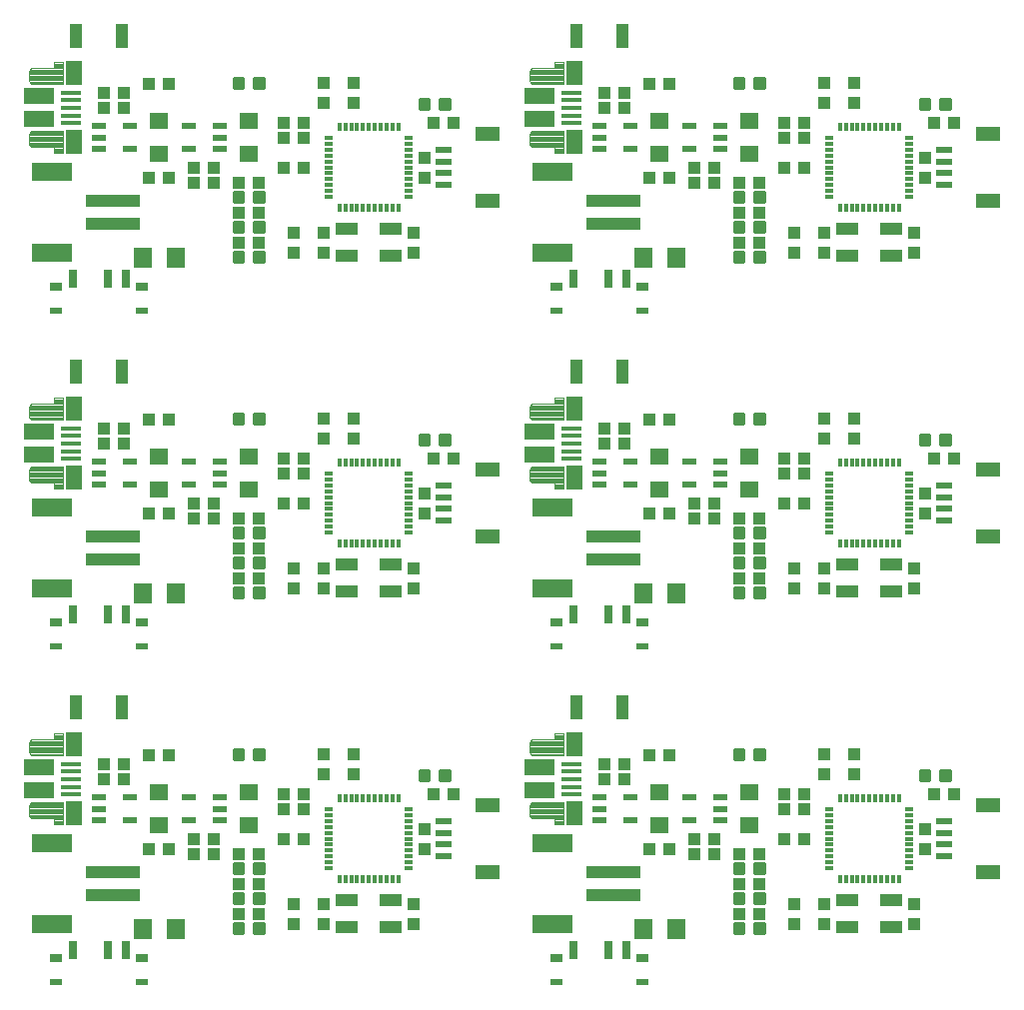
<source format=gtp>
G75*
%MOIN*%
%OFA0B0*%
%FSLAX25Y25*%
%IPPOS*%
%LPD*%
%AMOC8*
5,1,8,0,0,1.08239X$1,22.5*
%
%ADD10R,0.06299X0.05512*%
%ADD11R,0.04331X0.03937*%
%ADD12R,0.03937X0.04331*%
%ADD13C,0.01181*%
%ADD14R,0.06299X0.07087*%
%ADD15R,0.05748X0.07874*%
%ADD16R,0.09843X0.05610*%
%ADD17C,0.00400*%
%ADD18C,0.00197*%
%ADD19R,0.02756X0.05906*%
%ADD20R,0.03937X0.02362*%
%ADD21R,0.03937X0.03150*%
%ADD22R,0.04724X0.02165*%
%ADD23R,0.07480X0.04331*%
%ADD24R,0.04331X0.07874*%
%ADD25R,0.18110X0.03937*%
%ADD26R,0.13386X0.06299*%
%ADD27R,0.07874X0.04724*%
%ADD28R,0.05315X0.02362*%
%ADD29R,0.03150X0.01181*%
%ADD30R,0.01181X0.03150*%
D10*
X0078750Y0087988D03*
X0078750Y0099012D03*
X0108750Y0099012D03*
X0108750Y0087988D03*
X0108750Y0199988D03*
X0108750Y0211012D03*
X0078750Y0211012D03*
X0078750Y0199988D03*
X0078750Y0311988D03*
X0078750Y0323012D03*
X0108750Y0323012D03*
X0108750Y0311988D03*
X0245750Y0311988D03*
X0245750Y0323012D03*
X0275750Y0323012D03*
X0275750Y0311988D03*
X0275750Y0211012D03*
X0275750Y0199988D03*
X0245750Y0199988D03*
X0245750Y0211012D03*
X0245750Y0099012D03*
X0245750Y0087988D03*
X0275750Y0087988D03*
X0275750Y0099012D03*
D11*
X0287404Y0098500D03*
X0294096Y0098500D03*
X0294096Y0093500D03*
X0287404Y0093500D03*
X0287404Y0083500D03*
X0294096Y0083500D03*
X0279096Y0078500D03*
X0272404Y0078500D03*
X0264096Y0078500D03*
X0264096Y0083500D03*
X0257404Y0083500D03*
X0257404Y0078500D03*
X0249096Y0080000D03*
X0242404Y0080000D03*
X0234096Y0103500D03*
X0234096Y0108500D03*
X0227404Y0108500D03*
X0227404Y0103500D03*
X0242404Y0111500D03*
X0249096Y0111500D03*
X0272404Y0068500D03*
X0279096Y0068500D03*
X0279096Y0058500D03*
X0272404Y0058500D03*
X0337404Y0098500D03*
X0344096Y0098500D03*
X0279096Y0170500D03*
X0272404Y0170500D03*
X0272404Y0180500D03*
X0279096Y0180500D03*
X0279096Y0190500D03*
X0272404Y0190500D03*
X0264096Y0190500D03*
X0264096Y0195500D03*
X0257404Y0195500D03*
X0249096Y0192000D03*
X0257404Y0190500D03*
X0242404Y0192000D03*
X0234096Y0215500D03*
X0234096Y0220500D03*
X0227404Y0220500D03*
X0227404Y0215500D03*
X0242404Y0223500D03*
X0249096Y0223500D03*
X0287404Y0210500D03*
X0287404Y0205500D03*
X0294096Y0205500D03*
X0294096Y0210500D03*
X0294096Y0195500D03*
X0287404Y0195500D03*
X0337404Y0210500D03*
X0344096Y0210500D03*
X0279096Y0282500D03*
X0272404Y0282500D03*
X0272404Y0292500D03*
X0279096Y0292500D03*
X0279096Y0302500D03*
X0272404Y0302500D03*
X0264096Y0302500D03*
X0264096Y0307500D03*
X0257404Y0307500D03*
X0257404Y0302500D03*
X0249096Y0304000D03*
X0242404Y0304000D03*
X0234096Y0327500D03*
X0227404Y0327500D03*
X0227404Y0332500D03*
X0234096Y0332500D03*
X0242404Y0335500D03*
X0249096Y0335500D03*
X0287404Y0322500D03*
X0287404Y0317500D03*
X0294096Y0317500D03*
X0294096Y0322500D03*
X0294096Y0307500D03*
X0287404Y0307500D03*
X0337404Y0322500D03*
X0344096Y0322500D03*
X0177096Y0322500D03*
X0170404Y0322500D03*
X0127096Y0322500D03*
X0127096Y0317500D03*
X0120404Y0317500D03*
X0120404Y0322500D03*
X0120404Y0307500D03*
X0127096Y0307500D03*
X0112096Y0302500D03*
X0105404Y0302500D03*
X0097096Y0302500D03*
X0097096Y0307500D03*
X0090404Y0307500D03*
X0090404Y0302500D03*
X0082096Y0304000D03*
X0075404Y0304000D03*
X0067096Y0327500D03*
X0067096Y0332500D03*
X0060404Y0332500D03*
X0060404Y0327500D03*
X0075404Y0335500D03*
X0082096Y0335500D03*
X0105404Y0292500D03*
X0112096Y0292500D03*
X0112096Y0282500D03*
X0105404Y0282500D03*
X0082096Y0223500D03*
X0075404Y0223500D03*
X0067096Y0220500D03*
X0067096Y0215500D03*
X0060404Y0215500D03*
X0060404Y0220500D03*
X0075404Y0192000D03*
X0082096Y0192000D03*
X0090404Y0190500D03*
X0097096Y0190500D03*
X0097096Y0195500D03*
X0090404Y0195500D03*
X0105404Y0190500D03*
X0112096Y0190500D03*
X0120404Y0195500D03*
X0127096Y0195500D03*
X0127096Y0205500D03*
X0127096Y0210500D03*
X0120404Y0210500D03*
X0120404Y0205500D03*
X0112096Y0180500D03*
X0105404Y0180500D03*
X0105404Y0170500D03*
X0112096Y0170500D03*
X0170404Y0210500D03*
X0177096Y0210500D03*
X0082096Y0111500D03*
X0075404Y0111500D03*
X0067096Y0108500D03*
X0067096Y0103500D03*
X0060404Y0103500D03*
X0060404Y0108500D03*
X0075404Y0080000D03*
X0082096Y0080000D03*
X0090404Y0078500D03*
X0090404Y0083500D03*
X0097096Y0083500D03*
X0097096Y0078500D03*
X0105404Y0078500D03*
X0112096Y0078500D03*
X0120404Y0083500D03*
X0127096Y0083500D03*
X0127096Y0093500D03*
X0127096Y0098500D03*
X0120404Y0098500D03*
X0120404Y0093500D03*
X0112096Y0068500D03*
X0105404Y0068500D03*
X0105404Y0058500D03*
X0112096Y0058500D03*
X0170404Y0098500D03*
X0177096Y0098500D03*
D12*
X0167250Y0086846D03*
X0167250Y0080154D03*
X0163750Y0061846D03*
X0163750Y0055154D03*
X0133750Y0055154D03*
X0133750Y0061846D03*
X0123750Y0061846D03*
X0123750Y0055154D03*
X0133750Y0105154D03*
X0133750Y0111846D03*
X0143750Y0111846D03*
X0143750Y0105154D03*
X0133750Y0167154D03*
X0133750Y0173846D03*
X0123750Y0173846D03*
X0123750Y0167154D03*
X0163750Y0167154D03*
X0163750Y0173846D03*
X0167250Y0192154D03*
X0167250Y0198846D03*
X0143750Y0217154D03*
X0143750Y0223846D03*
X0133750Y0223846D03*
X0133750Y0217154D03*
X0133750Y0279154D03*
X0133750Y0285846D03*
X0123750Y0285846D03*
X0123750Y0279154D03*
X0163750Y0279154D03*
X0163750Y0285846D03*
X0167250Y0304154D03*
X0167250Y0310846D03*
X0143750Y0329154D03*
X0143750Y0335846D03*
X0133750Y0335846D03*
X0133750Y0329154D03*
X0290750Y0285846D03*
X0290750Y0279154D03*
X0300750Y0279154D03*
X0300750Y0285846D03*
X0330750Y0285846D03*
X0330750Y0279154D03*
X0334250Y0304154D03*
X0334250Y0310846D03*
X0310750Y0329154D03*
X0310750Y0335846D03*
X0300750Y0335846D03*
X0300750Y0329154D03*
X0300750Y0223846D03*
X0300750Y0217154D03*
X0310750Y0217154D03*
X0310750Y0223846D03*
X0334250Y0198846D03*
X0334250Y0192154D03*
X0330750Y0173846D03*
X0330750Y0167154D03*
X0300750Y0167154D03*
X0300750Y0173846D03*
X0290750Y0173846D03*
X0290750Y0167154D03*
X0300750Y0111846D03*
X0300750Y0105154D03*
X0310750Y0105154D03*
X0310750Y0111846D03*
X0334250Y0086846D03*
X0334250Y0080154D03*
X0330750Y0061846D03*
X0330750Y0055154D03*
X0300750Y0055154D03*
X0300750Y0061846D03*
X0290750Y0061846D03*
X0290750Y0055154D03*
D13*
X0277825Y0054878D02*
X0277825Y0052122D01*
X0277825Y0054878D02*
X0280581Y0054878D01*
X0280581Y0052122D01*
X0277825Y0052122D01*
X0277825Y0053302D02*
X0280581Y0053302D01*
X0280581Y0054482D02*
X0277825Y0054482D01*
X0270919Y0054878D02*
X0270919Y0052122D01*
X0270919Y0054878D02*
X0273675Y0054878D01*
X0273675Y0052122D01*
X0270919Y0052122D01*
X0270919Y0053302D02*
X0273675Y0053302D01*
X0273675Y0054482D02*
X0270919Y0054482D01*
X0270919Y0062122D02*
X0270919Y0064878D01*
X0273675Y0064878D01*
X0273675Y0062122D01*
X0270919Y0062122D01*
X0270919Y0063302D02*
X0273675Y0063302D01*
X0273675Y0064482D02*
X0270919Y0064482D01*
X0277825Y0064878D02*
X0277825Y0062122D01*
X0277825Y0064878D02*
X0280581Y0064878D01*
X0280581Y0062122D01*
X0277825Y0062122D01*
X0277825Y0063302D02*
X0280581Y0063302D01*
X0280581Y0064482D02*
X0277825Y0064482D01*
X0277825Y0072122D02*
X0277825Y0074878D01*
X0280581Y0074878D01*
X0280581Y0072122D01*
X0277825Y0072122D01*
X0277825Y0073302D02*
X0280581Y0073302D01*
X0280581Y0074482D02*
X0277825Y0074482D01*
X0270919Y0074878D02*
X0270919Y0072122D01*
X0270919Y0074878D02*
X0273675Y0074878D01*
X0273675Y0072122D01*
X0270919Y0072122D01*
X0270919Y0073302D02*
X0273675Y0073302D01*
X0273675Y0074482D02*
X0270919Y0074482D01*
X0270919Y0110122D02*
X0270919Y0112878D01*
X0273675Y0112878D01*
X0273675Y0110122D01*
X0270919Y0110122D01*
X0270919Y0111302D02*
X0273675Y0111302D01*
X0273675Y0112482D02*
X0270919Y0112482D01*
X0277825Y0112878D02*
X0277825Y0110122D01*
X0277825Y0112878D02*
X0280581Y0112878D01*
X0280581Y0110122D01*
X0277825Y0110122D01*
X0277825Y0111302D02*
X0280581Y0111302D01*
X0280581Y0112482D02*
X0277825Y0112482D01*
X0335675Y0105878D02*
X0335675Y0103122D01*
X0332919Y0103122D01*
X0332919Y0105878D01*
X0335675Y0105878D01*
X0335675Y0104302D02*
X0332919Y0104302D01*
X0332919Y0105482D02*
X0335675Y0105482D01*
X0342581Y0105878D02*
X0342581Y0103122D01*
X0339825Y0103122D01*
X0339825Y0105878D01*
X0342581Y0105878D01*
X0342581Y0104302D02*
X0339825Y0104302D01*
X0339825Y0105482D02*
X0342581Y0105482D01*
X0277825Y0164122D02*
X0277825Y0166878D01*
X0280581Y0166878D01*
X0280581Y0164122D01*
X0277825Y0164122D01*
X0277825Y0165302D02*
X0280581Y0165302D01*
X0280581Y0166482D02*
X0277825Y0166482D01*
X0270919Y0166878D02*
X0270919Y0164122D01*
X0270919Y0166878D02*
X0273675Y0166878D01*
X0273675Y0164122D01*
X0270919Y0164122D01*
X0270919Y0165302D02*
X0273675Y0165302D01*
X0273675Y0166482D02*
X0270919Y0166482D01*
X0270919Y0174122D02*
X0270919Y0176878D01*
X0273675Y0176878D01*
X0273675Y0174122D01*
X0270919Y0174122D01*
X0270919Y0175302D02*
X0273675Y0175302D01*
X0273675Y0176482D02*
X0270919Y0176482D01*
X0277825Y0176878D02*
X0277825Y0174122D01*
X0277825Y0176878D02*
X0280581Y0176878D01*
X0280581Y0174122D01*
X0277825Y0174122D01*
X0277825Y0175302D02*
X0280581Y0175302D01*
X0280581Y0176482D02*
X0277825Y0176482D01*
X0277825Y0184122D02*
X0277825Y0186878D01*
X0280581Y0186878D01*
X0280581Y0184122D01*
X0277825Y0184122D01*
X0277825Y0185302D02*
X0280581Y0185302D01*
X0280581Y0186482D02*
X0277825Y0186482D01*
X0270919Y0186878D02*
X0270919Y0184122D01*
X0270919Y0186878D02*
X0273675Y0186878D01*
X0273675Y0184122D01*
X0270919Y0184122D01*
X0270919Y0185302D02*
X0273675Y0185302D01*
X0273675Y0186482D02*
X0270919Y0186482D01*
X0270919Y0222122D02*
X0270919Y0224878D01*
X0273675Y0224878D01*
X0273675Y0222122D01*
X0270919Y0222122D01*
X0270919Y0223302D02*
X0273675Y0223302D01*
X0273675Y0224482D02*
X0270919Y0224482D01*
X0277825Y0224878D02*
X0277825Y0222122D01*
X0277825Y0224878D02*
X0280581Y0224878D01*
X0280581Y0222122D01*
X0277825Y0222122D01*
X0277825Y0223302D02*
X0280581Y0223302D01*
X0280581Y0224482D02*
X0277825Y0224482D01*
X0335675Y0217878D02*
X0335675Y0215122D01*
X0332919Y0215122D01*
X0332919Y0217878D01*
X0335675Y0217878D01*
X0335675Y0216302D02*
X0332919Y0216302D01*
X0332919Y0217482D02*
X0335675Y0217482D01*
X0342581Y0217878D02*
X0342581Y0215122D01*
X0339825Y0215122D01*
X0339825Y0217878D01*
X0342581Y0217878D01*
X0342581Y0216302D02*
X0339825Y0216302D01*
X0339825Y0217482D02*
X0342581Y0217482D01*
X0277825Y0276122D02*
X0277825Y0278878D01*
X0280581Y0278878D01*
X0280581Y0276122D01*
X0277825Y0276122D01*
X0277825Y0277302D02*
X0280581Y0277302D01*
X0280581Y0278482D02*
X0277825Y0278482D01*
X0270919Y0278878D02*
X0270919Y0276122D01*
X0270919Y0278878D02*
X0273675Y0278878D01*
X0273675Y0276122D01*
X0270919Y0276122D01*
X0270919Y0277302D02*
X0273675Y0277302D01*
X0273675Y0278482D02*
X0270919Y0278482D01*
X0270919Y0286122D02*
X0270919Y0288878D01*
X0273675Y0288878D01*
X0273675Y0286122D01*
X0270919Y0286122D01*
X0270919Y0287302D02*
X0273675Y0287302D01*
X0273675Y0288482D02*
X0270919Y0288482D01*
X0277825Y0288878D02*
X0277825Y0286122D01*
X0277825Y0288878D02*
X0280581Y0288878D01*
X0280581Y0286122D01*
X0277825Y0286122D01*
X0277825Y0287302D02*
X0280581Y0287302D01*
X0280581Y0288482D02*
X0277825Y0288482D01*
X0277825Y0296122D02*
X0277825Y0298878D01*
X0280581Y0298878D01*
X0280581Y0296122D01*
X0277825Y0296122D01*
X0277825Y0297302D02*
X0280581Y0297302D01*
X0280581Y0298482D02*
X0277825Y0298482D01*
X0270919Y0298878D02*
X0270919Y0296122D01*
X0270919Y0298878D02*
X0273675Y0298878D01*
X0273675Y0296122D01*
X0270919Y0296122D01*
X0270919Y0297302D02*
X0273675Y0297302D01*
X0273675Y0298482D02*
X0270919Y0298482D01*
X0270919Y0334122D02*
X0270919Y0336878D01*
X0273675Y0336878D01*
X0273675Y0334122D01*
X0270919Y0334122D01*
X0270919Y0335302D02*
X0273675Y0335302D01*
X0273675Y0336482D02*
X0270919Y0336482D01*
X0277825Y0336878D02*
X0277825Y0334122D01*
X0277825Y0336878D02*
X0280581Y0336878D01*
X0280581Y0334122D01*
X0277825Y0334122D01*
X0277825Y0335302D02*
X0280581Y0335302D01*
X0280581Y0336482D02*
X0277825Y0336482D01*
X0335675Y0329878D02*
X0335675Y0327122D01*
X0332919Y0327122D01*
X0332919Y0329878D01*
X0335675Y0329878D01*
X0335675Y0328302D02*
X0332919Y0328302D01*
X0332919Y0329482D02*
X0335675Y0329482D01*
X0342581Y0329878D02*
X0342581Y0327122D01*
X0339825Y0327122D01*
X0339825Y0329878D01*
X0342581Y0329878D01*
X0342581Y0328302D02*
X0339825Y0328302D01*
X0339825Y0329482D02*
X0342581Y0329482D01*
X0175581Y0329878D02*
X0175581Y0327122D01*
X0172825Y0327122D01*
X0172825Y0329878D01*
X0175581Y0329878D01*
X0175581Y0328302D02*
X0172825Y0328302D01*
X0172825Y0329482D02*
X0175581Y0329482D01*
X0168675Y0329878D02*
X0168675Y0327122D01*
X0165919Y0327122D01*
X0165919Y0329878D01*
X0168675Y0329878D01*
X0168675Y0328302D02*
X0165919Y0328302D01*
X0165919Y0329482D02*
X0168675Y0329482D01*
X0110825Y0334122D02*
X0110825Y0336878D01*
X0113581Y0336878D01*
X0113581Y0334122D01*
X0110825Y0334122D01*
X0110825Y0335302D02*
X0113581Y0335302D01*
X0113581Y0336482D02*
X0110825Y0336482D01*
X0103919Y0336878D02*
X0103919Y0334122D01*
X0103919Y0336878D02*
X0106675Y0336878D01*
X0106675Y0334122D01*
X0103919Y0334122D01*
X0103919Y0335302D02*
X0106675Y0335302D01*
X0106675Y0336482D02*
X0103919Y0336482D01*
X0103919Y0298878D02*
X0103919Y0296122D01*
X0103919Y0298878D02*
X0106675Y0298878D01*
X0106675Y0296122D01*
X0103919Y0296122D01*
X0103919Y0297302D02*
X0106675Y0297302D01*
X0106675Y0298482D02*
X0103919Y0298482D01*
X0110825Y0298878D02*
X0110825Y0296122D01*
X0110825Y0298878D02*
X0113581Y0298878D01*
X0113581Y0296122D01*
X0110825Y0296122D01*
X0110825Y0297302D02*
X0113581Y0297302D01*
X0113581Y0298482D02*
X0110825Y0298482D01*
X0110825Y0288878D02*
X0110825Y0286122D01*
X0110825Y0288878D02*
X0113581Y0288878D01*
X0113581Y0286122D01*
X0110825Y0286122D01*
X0110825Y0287302D02*
X0113581Y0287302D01*
X0113581Y0288482D02*
X0110825Y0288482D01*
X0103919Y0288878D02*
X0103919Y0286122D01*
X0103919Y0288878D02*
X0106675Y0288878D01*
X0106675Y0286122D01*
X0103919Y0286122D01*
X0103919Y0287302D02*
X0106675Y0287302D01*
X0106675Y0288482D02*
X0103919Y0288482D01*
X0103919Y0278878D02*
X0103919Y0276122D01*
X0103919Y0278878D02*
X0106675Y0278878D01*
X0106675Y0276122D01*
X0103919Y0276122D01*
X0103919Y0277302D02*
X0106675Y0277302D01*
X0106675Y0278482D02*
X0103919Y0278482D01*
X0110825Y0278878D02*
X0110825Y0276122D01*
X0110825Y0278878D02*
X0113581Y0278878D01*
X0113581Y0276122D01*
X0110825Y0276122D01*
X0110825Y0277302D02*
X0113581Y0277302D01*
X0113581Y0278482D02*
X0110825Y0278482D01*
X0110825Y0224878D02*
X0110825Y0222122D01*
X0110825Y0224878D02*
X0113581Y0224878D01*
X0113581Y0222122D01*
X0110825Y0222122D01*
X0110825Y0223302D02*
X0113581Y0223302D01*
X0113581Y0224482D02*
X0110825Y0224482D01*
X0103919Y0224878D02*
X0103919Y0222122D01*
X0103919Y0224878D02*
X0106675Y0224878D01*
X0106675Y0222122D01*
X0103919Y0222122D01*
X0103919Y0223302D02*
X0106675Y0223302D01*
X0106675Y0224482D02*
X0103919Y0224482D01*
X0103919Y0186878D02*
X0103919Y0184122D01*
X0103919Y0186878D02*
X0106675Y0186878D01*
X0106675Y0184122D01*
X0103919Y0184122D01*
X0103919Y0185302D02*
X0106675Y0185302D01*
X0106675Y0186482D02*
X0103919Y0186482D01*
X0110825Y0186878D02*
X0110825Y0184122D01*
X0110825Y0186878D02*
X0113581Y0186878D01*
X0113581Y0184122D01*
X0110825Y0184122D01*
X0110825Y0185302D02*
X0113581Y0185302D01*
X0113581Y0186482D02*
X0110825Y0186482D01*
X0110825Y0176878D02*
X0110825Y0174122D01*
X0110825Y0176878D02*
X0113581Y0176878D01*
X0113581Y0174122D01*
X0110825Y0174122D01*
X0110825Y0175302D02*
X0113581Y0175302D01*
X0113581Y0176482D02*
X0110825Y0176482D01*
X0103919Y0176878D02*
X0103919Y0174122D01*
X0103919Y0176878D02*
X0106675Y0176878D01*
X0106675Y0174122D01*
X0103919Y0174122D01*
X0103919Y0175302D02*
X0106675Y0175302D01*
X0106675Y0176482D02*
X0103919Y0176482D01*
X0103919Y0166878D02*
X0103919Y0164122D01*
X0103919Y0166878D02*
X0106675Y0166878D01*
X0106675Y0164122D01*
X0103919Y0164122D01*
X0103919Y0165302D02*
X0106675Y0165302D01*
X0106675Y0166482D02*
X0103919Y0166482D01*
X0110825Y0166878D02*
X0110825Y0164122D01*
X0110825Y0166878D02*
X0113581Y0166878D01*
X0113581Y0164122D01*
X0110825Y0164122D01*
X0110825Y0165302D02*
X0113581Y0165302D01*
X0113581Y0166482D02*
X0110825Y0166482D01*
X0168675Y0215122D02*
X0168675Y0217878D01*
X0168675Y0215122D02*
X0165919Y0215122D01*
X0165919Y0217878D01*
X0168675Y0217878D01*
X0168675Y0216302D02*
X0165919Y0216302D01*
X0165919Y0217482D02*
X0168675Y0217482D01*
X0175581Y0217878D02*
X0175581Y0215122D01*
X0172825Y0215122D01*
X0172825Y0217878D01*
X0175581Y0217878D01*
X0175581Y0216302D02*
X0172825Y0216302D01*
X0172825Y0217482D02*
X0175581Y0217482D01*
X0110825Y0112878D02*
X0110825Y0110122D01*
X0110825Y0112878D02*
X0113581Y0112878D01*
X0113581Y0110122D01*
X0110825Y0110122D01*
X0110825Y0111302D02*
X0113581Y0111302D01*
X0113581Y0112482D02*
X0110825Y0112482D01*
X0103919Y0112878D02*
X0103919Y0110122D01*
X0103919Y0112878D02*
X0106675Y0112878D01*
X0106675Y0110122D01*
X0103919Y0110122D01*
X0103919Y0111302D02*
X0106675Y0111302D01*
X0106675Y0112482D02*
X0103919Y0112482D01*
X0103919Y0074878D02*
X0103919Y0072122D01*
X0103919Y0074878D02*
X0106675Y0074878D01*
X0106675Y0072122D01*
X0103919Y0072122D01*
X0103919Y0073302D02*
X0106675Y0073302D01*
X0106675Y0074482D02*
X0103919Y0074482D01*
X0110825Y0074878D02*
X0110825Y0072122D01*
X0110825Y0074878D02*
X0113581Y0074878D01*
X0113581Y0072122D01*
X0110825Y0072122D01*
X0110825Y0073302D02*
X0113581Y0073302D01*
X0113581Y0074482D02*
X0110825Y0074482D01*
X0110825Y0064878D02*
X0110825Y0062122D01*
X0110825Y0064878D02*
X0113581Y0064878D01*
X0113581Y0062122D01*
X0110825Y0062122D01*
X0110825Y0063302D02*
X0113581Y0063302D01*
X0113581Y0064482D02*
X0110825Y0064482D01*
X0103919Y0064878D02*
X0103919Y0062122D01*
X0103919Y0064878D02*
X0106675Y0064878D01*
X0106675Y0062122D01*
X0103919Y0062122D01*
X0103919Y0063302D02*
X0106675Y0063302D01*
X0106675Y0064482D02*
X0103919Y0064482D01*
X0103919Y0054878D02*
X0103919Y0052122D01*
X0103919Y0054878D02*
X0106675Y0054878D01*
X0106675Y0052122D01*
X0103919Y0052122D01*
X0103919Y0053302D02*
X0106675Y0053302D01*
X0106675Y0054482D02*
X0103919Y0054482D01*
X0110825Y0054878D02*
X0110825Y0052122D01*
X0110825Y0054878D02*
X0113581Y0054878D01*
X0113581Y0052122D01*
X0110825Y0052122D01*
X0110825Y0053302D02*
X0113581Y0053302D01*
X0113581Y0054482D02*
X0110825Y0054482D01*
X0168675Y0103122D02*
X0168675Y0105878D01*
X0168675Y0103122D02*
X0165919Y0103122D01*
X0165919Y0105878D01*
X0168675Y0105878D01*
X0168675Y0104302D02*
X0165919Y0104302D01*
X0165919Y0105482D02*
X0168675Y0105482D01*
X0175581Y0105878D02*
X0175581Y0103122D01*
X0172825Y0103122D01*
X0172825Y0105878D01*
X0175581Y0105878D01*
X0175581Y0104302D02*
X0172825Y0104302D01*
X0172825Y0105482D02*
X0175581Y0105482D01*
D14*
X0240238Y0053500D03*
X0251262Y0053500D03*
X0251262Y0165500D03*
X0240238Y0165500D03*
X0240238Y0277500D03*
X0251262Y0277500D03*
X0084262Y0277500D03*
X0073238Y0277500D03*
X0073238Y0165500D03*
X0084262Y0165500D03*
X0084262Y0053500D03*
X0073238Y0053500D03*
D15*
X0050333Y0092083D03*
X0050333Y0114917D03*
X0050333Y0204083D03*
X0050333Y0226917D03*
X0050333Y0316083D03*
X0050333Y0338917D03*
X0217333Y0338917D03*
X0217333Y0316083D03*
X0217333Y0226917D03*
X0217333Y0204083D03*
X0217333Y0114917D03*
X0217333Y0092083D03*
D16*
X0205719Y0099711D03*
X0205719Y0107289D03*
X0205719Y0211711D03*
X0205719Y0219289D03*
X0205719Y0323711D03*
X0205719Y0331289D03*
X0038719Y0331289D03*
X0038719Y0323711D03*
X0038719Y0219289D03*
X0038719Y0211711D03*
X0038719Y0107289D03*
X0038719Y0099711D03*
D17*
X0036690Y0095694D02*
X0036401Y0095661D01*
X0036126Y0095565D01*
X0035880Y0095410D01*
X0035674Y0095204D01*
X0035519Y0094958D01*
X0035423Y0094683D01*
X0035390Y0094394D01*
X0035390Y0091494D01*
X0035420Y0091227D01*
X0035509Y0090973D01*
X0035652Y0090746D01*
X0035842Y0090555D01*
X0036070Y0090413D01*
X0036323Y0090324D01*
X0036590Y0090294D01*
X0043490Y0090294D01*
X0043528Y0090286D01*
X0043561Y0090264D01*
X0043583Y0090232D01*
X0043590Y0090194D01*
X0043590Y0088294D01*
X0046690Y0088294D01*
X0046690Y0095694D01*
X0036690Y0095694D01*
X0035943Y0095450D02*
X0046690Y0095450D01*
X0046690Y0095051D02*
X0035578Y0095051D01*
X0035419Y0094653D02*
X0046690Y0094653D01*
X0046690Y0094254D02*
X0035390Y0094254D01*
X0035390Y0093856D02*
X0046690Y0093856D01*
X0046690Y0093457D02*
X0035390Y0093457D01*
X0035390Y0093059D02*
X0046690Y0093059D01*
X0046690Y0092660D02*
X0035390Y0092660D01*
X0035390Y0092262D02*
X0046690Y0092262D01*
X0046690Y0091863D02*
X0035390Y0091863D01*
X0035393Y0091465D02*
X0046690Y0091465D01*
X0046690Y0091066D02*
X0035476Y0091066D01*
X0035730Y0090668D02*
X0046690Y0090668D01*
X0046690Y0090269D02*
X0043554Y0090269D01*
X0043590Y0089871D02*
X0046690Y0089871D01*
X0046690Y0089472D02*
X0043590Y0089472D01*
X0043590Y0089074D02*
X0046690Y0089074D01*
X0046690Y0088675D02*
X0043590Y0088675D01*
X0046690Y0111357D02*
X0036690Y0111357D01*
X0036401Y0111389D01*
X0036126Y0111486D01*
X0035880Y0111640D01*
X0035674Y0111846D01*
X0035519Y0112093D01*
X0035423Y0112368D01*
X0035390Y0112657D01*
X0035390Y0115557D01*
X0035420Y0115824D01*
X0035509Y0116077D01*
X0035652Y0116305D01*
X0035842Y0116495D01*
X0036070Y0116638D01*
X0036323Y0116727D01*
X0036590Y0116757D01*
X0043490Y0116757D01*
X0043528Y0116764D01*
X0043561Y0116786D01*
X0043583Y0116819D01*
X0043590Y0116857D01*
X0043590Y0118757D01*
X0046690Y0118757D01*
X0046690Y0111357D01*
X0046690Y0111390D02*
X0036398Y0111390D01*
X0035731Y0111789D02*
X0046690Y0111789D01*
X0046690Y0112187D02*
X0035486Y0112187D01*
X0035398Y0112586D02*
X0046690Y0112586D01*
X0046690Y0112984D02*
X0035390Y0112984D01*
X0035390Y0113383D02*
X0046690Y0113383D01*
X0046690Y0113781D02*
X0035390Y0113781D01*
X0035390Y0114180D02*
X0046690Y0114180D01*
X0046690Y0114578D02*
X0035390Y0114578D01*
X0035390Y0114977D02*
X0046690Y0114977D01*
X0046690Y0115375D02*
X0035390Y0115375D01*
X0035415Y0115774D02*
X0046690Y0115774D01*
X0046690Y0116172D02*
X0035569Y0116172D01*
X0035963Y0116571D02*
X0046690Y0116571D01*
X0046690Y0116970D02*
X0043590Y0116970D01*
X0043590Y0117368D02*
X0046690Y0117368D01*
X0046690Y0117767D02*
X0043590Y0117767D01*
X0043590Y0118165D02*
X0046690Y0118165D01*
X0046690Y0118564D02*
X0043590Y0118564D01*
X0043590Y0200294D02*
X0046690Y0200294D01*
X0046690Y0207694D01*
X0036690Y0207694D01*
X0036401Y0207661D01*
X0036126Y0207565D01*
X0035880Y0207410D01*
X0035674Y0207204D01*
X0035519Y0206958D01*
X0035423Y0206683D01*
X0035390Y0206394D01*
X0035390Y0203494D01*
X0035420Y0203227D01*
X0035509Y0202973D01*
X0035652Y0202746D01*
X0035842Y0202555D01*
X0036070Y0202413D01*
X0036323Y0202324D01*
X0036590Y0202294D01*
X0043490Y0202294D01*
X0043528Y0202286D01*
X0043561Y0202264D01*
X0043583Y0202232D01*
X0043590Y0202194D01*
X0043590Y0200294D01*
X0043590Y0200657D02*
X0046690Y0200657D01*
X0046690Y0201055D02*
X0043590Y0201055D01*
X0043590Y0201454D02*
X0046690Y0201454D01*
X0046690Y0201852D02*
X0043590Y0201852D01*
X0043570Y0202251D02*
X0046690Y0202251D01*
X0046690Y0202649D02*
X0035748Y0202649D01*
X0035483Y0203048D02*
X0046690Y0203048D01*
X0046690Y0203446D02*
X0035395Y0203446D01*
X0035390Y0203845D02*
X0046690Y0203845D01*
X0046690Y0204243D02*
X0035390Y0204243D01*
X0035390Y0204642D02*
X0046690Y0204642D01*
X0046690Y0205041D02*
X0035390Y0205041D01*
X0035390Y0205439D02*
X0046690Y0205439D01*
X0046690Y0205838D02*
X0035390Y0205838D01*
X0035390Y0206236D02*
X0046690Y0206236D01*
X0046690Y0206635D02*
X0035417Y0206635D01*
X0035566Y0207033D02*
X0046690Y0207033D01*
X0046690Y0207432D02*
X0035914Y0207432D01*
X0036690Y0223357D02*
X0036401Y0223389D01*
X0036126Y0223486D01*
X0035880Y0223640D01*
X0035674Y0223846D01*
X0035519Y0224093D01*
X0035423Y0224368D01*
X0035390Y0224657D01*
X0035390Y0227557D01*
X0035420Y0227824D01*
X0035509Y0228077D01*
X0035652Y0228305D01*
X0035842Y0228495D01*
X0036070Y0228638D01*
X0036323Y0228727D01*
X0036590Y0228757D01*
X0043490Y0228757D01*
X0043528Y0228764D01*
X0043561Y0228786D01*
X0043583Y0228819D01*
X0043590Y0228857D01*
X0043590Y0230757D01*
X0046690Y0230757D01*
X0046690Y0223357D01*
X0036690Y0223357D01*
X0036555Y0223372D02*
X0046690Y0223372D01*
X0046690Y0223771D02*
X0035750Y0223771D01*
X0035492Y0224169D02*
X0046690Y0224169D01*
X0046690Y0224568D02*
X0035400Y0224568D01*
X0035390Y0224966D02*
X0046690Y0224966D01*
X0046690Y0225365D02*
X0035390Y0225365D01*
X0035390Y0225763D02*
X0046690Y0225763D01*
X0046690Y0226162D02*
X0035390Y0226162D01*
X0035390Y0226560D02*
X0046690Y0226560D01*
X0046690Y0226959D02*
X0035390Y0226959D01*
X0035390Y0227357D02*
X0046690Y0227357D01*
X0046690Y0227756D02*
X0035413Y0227756D01*
X0035557Y0228154D02*
X0046690Y0228154D01*
X0046690Y0228553D02*
X0035934Y0228553D01*
X0043590Y0228951D02*
X0046690Y0228951D01*
X0046690Y0229350D02*
X0043590Y0229350D01*
X0043590Y0229748D02*
X0046690Y0229748D01*
X0046690Y0230147D02*
X0043590Y0230147D01*
X0043590Y0230545D02*
X0046690Y0230545D01*
X0046690Y0312294D02*
X0046690Y0319694D01*
X0036690Y0319694D01*
X0036401Y0319661D01*
X0036126Y0319565D01*
X0035880Y0319410D01*
X0035674Y0319204D01*
X0035519Y0318958D01*
X0035423Y0318683D01*
X0035390Y0318394D01*
X0035390Y0315494D01*
X0035420Y0315227D01*
X0035509Y0314973D01*
X0035652Y0314746D01*
X0035842Y0314555D01*
X0036070Y0314413D01*
X0036323Y0314324D01*
X0036590Y0314294D01*
X0043490Y0314294D01*
X0043528Y0314286D01*
X0043561Y0314264D01*
X0043583Y0314232D01*
X0043590Y0314194D01*
X0043590Y0312294D01*
X0046690Y0312294D01*
X0046690Y0312639D02*
X0043590Y0312639D01*
X0043590Y0313037D02*
X0046690Y0313037D01*
X0046690Y0313436D02*
X0043590Y0313436D01*
X0043590Y0313834D02*
X0046690Y0313834D01*
X0046690Y0314233D02*
X0043582Y0314233D01*
X0046690Y0314631D02*
X0035766Y0314631D01*
X0035489Y0315030D02*
X0046690Y0315030D01*
X0046690Y0315428D02*
X0035398Y0315428D01*
X0035390Y0315827D02*
X0046690Y0315827D01*
X0046690Y0316225D02*
X0035390Y0316225D01*
X0035390Y0316624D02*
X0046690Y0316624D01*
X0046690Y0317022D02*
X0035390Y0317022D01*
X0035390Y0317421D02*
X0046690Y0317421D01*
X0046690Y0317819D02*
X0035390Y0317819D01*
X0035390Y0318218D02*
X0046690Y0318218D01*
X0046690Y0318616D02*
X0035415Y0318616D01*
X0035555Y0319015D02*
X0046690Y0319015D01*
X0046690Y0319413D02*
X0035885Y0319413D01*
X0036690Y0335357D02*
X0036401Y0335389D01*
X0036126Y0335486D01*
X0035880Y0335640D01*
X0035674Y0335846D01*
X0035519Y0336093D01*
X0035423Y0336368D01*
X0035390Y0336657D01*
X0035390Y0339557D01*
X0035420Y0339824D01*
X0035509Y0340077D01*
X0035652Y0340305D01*
X0035842Y0340495D01*
X0036070Y0340638D01*
X0036323Y0340727D01*
X0036590Y0340757D01*
X0043490Y0340757D01*
X0043528Y0340764D01*
X0043561Y0340786D01*
X0043583Y0340819D01*
X0043590Y0340857D01*
X0043590Y0342757D01*
X0046690Y0342757D01*
X0046690Y0335357D01*
X0036690Y0335357D01*
X0035768Y0335752D02*
X0046690Y0335752D01*
X0046690Y0336151D02*
X0035499Y0336151D01*
X0035402Y0336549D02*
X0046690Y0336549D01*
X0046690Y0336948D02*
X0035390Y0336948D01*
X0035390Y0337346D02*
X0046690Y0337346D01*
X0046690Y0337745D02*
X0035390Y0337745D01*
X0035390Y0338143D02*
X0046690Y0338143D01*
X0046690Y0338542D02*
X0035390Y0338542D01*
X0035390Y0338940D02*
X0046690Y0338940D01*
X0046690Y0339339D02*
X0035390Y0339339D01*
X0035410Y0339737D02*
X0046690Y0339737D01*
X0046690Y0340136D02*
X0035546Y0340136D01*
X0035905Y0340534D02*
X0046690Y0340534D01*
X0046690Y0340933D02*
X0043590Y0340933D01*
X0043590Y0341331D02*
X0046690Y0341331D01*
X0046690Y0341730D02*
X0043590Y0341730D01*
X0043590Y0342128D02*
X0046690Y0342128D01*
X0046690Y0342527D02*
X0043590Y0342527D01*
X0202390Y0339557D02*
X0202420Y0339824D01*
X0202509Y0340077D01*
X0202652Y0340305D01*
X0202842Y0340495D01*
X0203070Y0340638D01*
X0203323Y0340727D01*
X0203590Y0340757D01*
X0210490Y0340757D01*
X0210528Y0340764D01*
X0210561Y0340786D01*
X0210583Y0340819D01*
X0210590Y0340857D01*
X0210590Y0342757D01*
X0213690Y0342757D01*
X0213690Y0335357D01*
X0203690Y0335357D01*
X0203401Y0335389D01*
X0203126Y0335486D01*
X0202880Y0335640D01*
X0202674Y0335846D01*
X0202519Y0336093D01*
X0202423Y0336368D01*
X0202390Y0336657D01*
X0202390Y0339557D01*
X0202410Y0339737D02*
X0213690Y0339737D01*
X0213690Y0339339D02*
X0202390Y0339339D01*
X0202390Y0338940D02*
X0213690Y0338940D01*
X0213690Y0338542D02*
X0202390Y0338542D01*
X0202390Y0338143D02*
X0213690Y0338143D01*
X0213690Y0337745D02*
X0202390Y0337745D01*
X0202390Y0337346D02*
X0213690Y0337346D01*
X0213690Y0336948D02*
X0202390Y0336948D01*
X0202402Y0336549D02*
X0213690Y0336549D01*
X0213690Y0336151D02*
X0202499Y0336151D01*
X0202768Y0335752D02*
X0213690Y0335752D01*
X0213690Y0340136D02*
X0202546Y0340136D01*
X0202905Y0340534D02*
X0213690Y0340534D01*
X0213690Y0340933D02*
X0210590Y0340933D01*
X0210590Y0341331D02*
X0213690Y0341331D01*
X0213690Y0341730D02*
X0210590Y0341730D01*
X0210590Y0342128D02*
X0213690Y0342128D01*
X0213690Y0342527D02*
X0210590Y0342527D01*
X0213690Y0319694D02*
X0203690Y0319694D01*
X0203401Y0319661D01*
X0203126Y0319565D01*
X0202880Y0319410D01*
X0202674Y0319204D01*
X0202519Y0318958D01*
X0202423Y0318683D01*
X0202390Y0318394D01*
X0202390Y0315494D01*
X0202420Y0315227D01*
X0202509Y0314973D01*
X0202652Y0314746D01*
X0202842Y0314555D01*
X0203070Y0314413D01*
X0203323Y0314324D01*
X0203590Y0314294D01*
X0210490Y0314294D01*
X0210528Y0314286D01*
X0210561Y0314264D01*
X0210583Y0314232D01*
X0210590Y0314194D01*
X0210590Y0312294D01*
X0213690Y0312294D01*
X0213690Y0319694D01*
X0213690Y0319413D02*
X0202885Y0319413D01*
X0202555Y0319015D02*
X0213690Y0319015D01*
X0213690Y0318616D02*
X0202415Y0318616D01*
X0202390Y0318218D02*
X0213690Y0318218D01*
X0213690Y0317819D02*
X0202390Y0317819D01*
X0202390Y0317421D02*
X0213690Y0317421D01*
X0213690Y0317022D02*
X0202390Y0317022D01*
X0202390Y0316624D02*
X0213690Y0316624D01*
X0213690Y0316225D02*
X0202390Y0316225D01*
X0202390Y0315827D02*
X0213690Y0315827D01*
X0213690Y0315428D02*
X0202398Y0315428D01*
X0202489Y0315030D02*
X0213690Y0315030D01*
X0213690Y0314631D02*
X0202766Y0314631D01*
X0210582Y0314233D02*
X0213690Y0314233D01*
X0213690Y0313834D02*
X0210590Y0313834D01*
X0210590Y0313436D02*
X0213690Y0313436D01*
X0213690Y0313037D02*
X0210590Y0313037D01*
X0210590Y0312639D02*
X0213690Y0312639D01*
X0213690Y0230757D02*
X0210590Y0230757D01*
X0210590Y0228857D01*
X0210583Y0228819D01*
X0210561Y0228786D01*
X0210528Y0228764D01*
X0210490Y0228757D01*
X0203590Y0228757D01*
X0203323Y0228727D01*
X0203070Y0228638D01*
X0202842Y0228495D01*
X0202652Y0228305D01*
X0202509Y0228077D01*
X0202420Y0227824D01*
X0202390Y0227557D01*
X0202390Y0224657D01*
X0202423Y0224368D01*
X0202519Y0224093D01*
X0202674Y0223846D01*
X0202880Y0223640D01*
X0203126Y0223486D01*
X0203401Y0223389D01*
X0203690Y0223357D01*
X0213690Y0223357D01*
X0213690Y0230757D01*
X0213690Y0230545D02*
X0210590Y0230545D01*
X0210590Y0230147D02*
X0213690Y0230147D01*
X0213690Y0229748D02*
X0210590Y0229748D01*
X0210590Y0229350D02*
X0213690Y0229350D01*
X0213690Y0228951D02*
X0210590Y0228951D01*
X0213690Y0228553D02*
X0202934Y0228553D01*
X0202557Y0228154D02*
X0213690Y0228154D01*
X0213690Y0227756D02*
X0202413Y0227756D01*
X0202390Y0227357D02*
X0213690Y0227357D01*
X0213690Y0226959D02*
X0202390Y0226959D01*
X0202390Y0226560D02*
X0213690Y0226560D01*
X0213690Y0226162D02*
X0202390Y0226162D01*
X0202390Y0225763D02*
X0213690Y0225763D01*
X0213690Y0225365D02*
X0202390Y0225365D01*
X0202390Y0224966D02*
X0213690Y0224966D01*
X0213690Y0224568D02*
X0202400Y0224568D01*
X0202492Y0224169D02*
X0213690Y0224169D01*
X0213690Y0223771D02*
X0202750Y0223771D01*
X0203555Y0223372D02*
X0213690Y0223372D01*
X0213690Y0207694D02*
X0203690Y0207694D01*
X0203401Y0207661D01*
X0203126Y0207565D01*
X0202880Y0207410D01*
X0202674Y0207204D01*
X0202519Y0206958D01*
X0202423Y0206683D01*
X0202390Y0206394D01*
X0202390Y0203494D01*
X0202420Y0203227D01*
X0202509Y0202973D01*
X0202652Y0202746D01*
X0202842Y0202555D01*
X0203070Y0202413D01*
X0203323Y0202324D01*
X0203590Y0202294D01*
X0210490Y0202294D01*
X0210528Y0202286D01*
X0210561Y0202264D01*
X0210583Y0202232D01*
X0210590Y0202194D01*
X0210590Y0200294D01*
X0213690Y0200294D01*
X0213690Y0207694D01*
X0213690Y0207432D02*
X0202914Y0207432D01*
X0202566Y0207033D02*
X0213690Y0207033D01*
X0213690Y0206635D02*
X0202417Y0206635D01*
X0202390Y0206236D02*
X0213690Y0206236D01*
X0213690Y0205838D02*
X0202390Y0205838D01*
X0202390Y0205439D02*
X0213690Y0205439D01*
X0213690Y0205041D02*
X0202390Y0205041D01*
X0202390Y0204642D02*
X0213690Y0204642D01*
X0213690Y0204243D02*
X0202390Y0204243D01*
X0202390Y0203845D02*
X0213690Y0203845D01*
X0213690Y0203446D02*
X0202395Y0203446D01*
X0202483Y0203048D02*
X0213690Y0203048D01*
X0213690Y0202649D02*
X0202748Y0202649D01*
X0210570Y0202251D02*
X0213690Y0202251D01*
X0213690Y0201852D02*
X0210590Y0201852D01*
X0210590Y0201454D02*
X0213690Y0201454D01*
X0213690Y0201055D02*
X0210590Y0201055D01*
X0210590Y0200657D02*
X0213690Y0200657D01*
X0213690Y0118757D02*
X0210590Y0118757D01*
X0210590Y0116857D01*
X0210583Y0116819D01*
X0210561Y0116786D01*
X0210528Y0116764D01*
X0210490Y0116757D01*
X0203590Y0116757D01*
X0203323Y0116727D01*
X0203070Y0116638D01*
X0202842Y0116495D01*
X0202652Y0116305D01*
X0202509Y0116077D01*
X0202420Y0115824D01*
X0202390Y0115557D01*
X0202390Y0112657D01*
X0202423Y0112368D01*
X0202519Y0112093D01*
X0202674Y0111846D01*
X0202880Y0111640D01*
X0203126Y0111486D01*
X0203401Y0111389D01*
X0203690Y0111357D01*
X0213690Y0111357D01*
X0213690Y0118757D01*
X0213690Y0118564D02*
X0210590Y0118564D01*
X0210590Y0118165D02*
X0213690Y0118165D01*
X0213690Y0117767D02*
X0210590Y0117767D01*
X0210590Y0117368D02*
X0213690Y0117368D01*
X0213690Y0116970D02*
X0210590Y0116970D01*
X0213690Y0116571D02*
X0202963Y0116571D01*
X0202569Y0116172D02*
X0213690Y0116172D01*
X0213690Y0115774D02*
X0202415Y0115774D01*
X0202390Y0115375D02*
X0213690Y0115375D01*
X0213690Y0114977D02*
X0202390Y0114977D01*
X0202390Y0114578D02*
X0213690Y0114578D01*
X0213690Y0114180D02*
X0202390Y0114180D01*
X0202390Y0113781D02*
X0213690Y0113781D01*
X0213690Y0113383D02*
X0202390Y0113383D01*
X0202390Y0112984D02*
X0213690Y0112984D01*
X0213690Y0112586D02*
X0202398Y0112586D01*
X0202486Y0112187D02*
X0213690Y0112187D01*
X0213690Y0111789D02*
X0202731Y0111789D01*
X0203398Y0111390D02*
X0213690Y0111390D01*
X0213690Y0095694D02*
X0203690Y0095694D01*
X0203401Y0095661D01*
X0203126Y0095565D01*
X0202880Y0095410D01*
X0202674Y0095204D01*
X0202519Y0094958D01*
X0202423Y0094683D01*
X0202390Y0094394D01*
X0202390Y0091494D01*
X0202420Y0091227D01*
X0202509Y0090973D01*
X0202652Y0090746D01*
X0202842Y0090555D01*
X0203070Y0090413D01*
X0203323Y0090324D01*
X0203590Y0090294D01*
X0210490Y0090294D01*
X0210528Y0090286D01*
X0210561Y0090264D01*
X0210583Y0090232D01*
X0210590Y0090194D01*
X0210590Y0088294D01*
X0213690Y0088294D01*
X0213690Y0095694D01*
X0213690Y0095450D02*
X0202943Y0095450D01*
X0202578Y0095051D02*
X0213690Y0095051D01*
X0213690Y0094653D02*
X0202419Y0094653D01*
X0202390Y0094254D02*
X0213690Y0094254D01*
X0213690Y0093856D02*
X0202390Y0093856D01*
X0202390Y0093457D02*
X0213690Y0093457D01*
X0213690Y0093059D02*
X0202390Y0093059D01*
X0202390Y0092660D02*
X0213690Y0092660D01*
X0213690Y0092262D02*
X0202390Y0092262D01*
X0202390Y0091863D02*
X0213690Y0091863D01*
X0213690Y0091465D02*
X0202393Y0091465D01*
X0202476Y0091066D02*
X0213690Y0091066D01*
X0213690Y0090668D02*
X0202730Y0090668D01*
X0210554Y0090269D02*
X0213690Y0090269D01*
X0213690Y0089871D02*
X0210590Y0089871D01*
X0210590Y0089472D02*
X0213690Y0089472D01*
X0213690Y0089074D02*
X0210590Y0089074D01*
X0210590Y0088675D02*
X0213690Y0088675D01*
D18*
X0213077Y0097890D02*
X0213077Y0098874D01*
X0219475Y0098874D01*
X0219475Y0097890D01*
X0213077Y0097890D01*
X0213077Y0098049D02*
X0219475Y0098049D01*
X0219475Y0098244D02*
X0213077Y0098244D01*
X0213077Y0098439D02*
X0219475Y0098439D01*
X0219475Y0098635D02*
X0213077Y0098635D01*
X0213077Y0098830D02*
X0219475Y0098830D01*
X0219475Y0100449D02*
X0213077Y0100449D01*
X0213077Y0101433D01*
X0219475Y0101433D01*
X0219475Y0100449D01*
X0219475Y0100588D02*
X0213077Y0100588D01*
X0213077Y0100784D02*
X0219475Y0100784D01*
X0219475Y0100979D02*
X0213077Y0100979D01*
X0213077Y0101175D02*
X0219475Y0101175D01*
X0219475Y0101370D02*
X0213077Y0101370D01*
X0213077Y0103008D02*
X0213077Y0103992D01*
X0219475Y0103992D01*
X0219475Y0103008D01*
X0213077Y0103008D01*
X0213077Y0103128D02*
X0219475Y0103128D01*
X0219475Y0103324D02*
X0213077Y0103324D01*
X0213077Y0103519D02*
X0219475Y0103519D01*
X0219475Y0103714D02*
X0213077Y0103714D01*
X0213077Y0103910D02*
X0219475Y0103910D01*
X0219475Y0105567D02*
X0213077Y0105567D01*
X0213077Y0106551D01*
X0219475Y0106551D01*
X0219475Y0105567D01*
X0219475Y0105668D02*
X0213077Y0105668D01*
X0213077Y0105863D02*
X0219475Y0105863D01*
X0219475Y0106059D02*
X0213077Y0106059D01*
X0213077Y0106254D02*
X0219475Y0106254D01*
X0219475Y0106449D02*
X0213077Y0106449D01*
X0213077Y0108126D02*
X0213077Y0109110D01*
X0219475Y0109110D01*
X0219475Y0108126D01*
X0213077Y0108126D01*
X0213077Y0108208D02*
X0219475Y0108208D01*
X0219475Y0108403D02*
X0213077Y0108403D01*
X0213077Y0108598D02*
X0219475Y0108598D01*
X0219475Y0108794D02*
X0213077Y0108794D01*
X0213077Y0108989D02*
X0219475Y0108989D01*
X0219475Y0209890D02*
X0213077Y0209890D01*
X0213077Y0210874D01*
X0219475Y0210874D01*
X0219475Y0209890D01*
X0219475Y0209991D02*
X0213077Y0209991D01*
X0213077Y0210186D02*
X0219475Y0210186D01*
X0219475Y0210382D02*
X0213077Y0210382D01*
X0213077Y0210577D02*
X0219475Y0210577D01*
X0219475Y0210772D02*
X0213077Y0210772D01*
X0213077Y0212449D02*
X0213077Y0213433D01*
X0219475Y0213433D01*
X0219475Y0212449D01*
X0213077Y0212449D01*
X0213077Y0212531D02*
X0219475Y0212531D01*
X0219475Y0212726D02*
X0213077Y0212726D01*
X0213077Y0212921D02*
X0219475Y0212921D01*
X0219475Y0213117D02*
X0213077Y0213117D01*
X0213077Y0213312D02*
X0219475Y0213312D01*
X0219475Y0215008D02*
X0213077Y0215008D01*
X0213077Y0215992D01*
X0219475Y0215992D01*
X0219475Y0215008D01*
X0219475Y0215070D02*
X0213077Y0215070D01*
X0213077Y0215266D02*
X0219475Y0215266D01*
X0219475Y0215461D02*
X0213077Y0215461D01*
X0213077Y0215657D02*
X0219475Y0215657D01*
X0219475Y0215852D02*
X0213077Y0215852D01*
X0213077Y0217567D02*
X0213077Y0218551D01*
X0219475Y0218551D01*
X0219475Y0217567D01*
X0213077Y0217567D01*
X0213077Y0217610D02*
X0219475Y0217610D01*
X0219475Y0217805D02*
X0213077Y0217805D01*
X0213077Y0218001D02*
X0219475Y0218001D01*
X0219475Y0218196D02*
X0213077Y0218196D01*
X0213077Y0218392D02*
X0219475Y0218392D01*
X0219475Y0220126D02*
X0213077Y0220126D01*
X0213077Y0221110D01*
X0219475Y0221110D01*
X0219475Y0220126D01*
X0219475Y0220150D02*
X0213077Y0220150D01*
X0213077Y0220345D02*
X0219475Y0220345D01*
X0219475Y0220541D02*
X0213077Y0220541D01*
X0213077Y0220736D02*
X0219475Y0220736D01*
X0219475Y0220931D02*
X0213077Y0220931D01*
X0213077Y0321890D02*
X0213077Y0322874D01*
X0219475Y0322874D01*
X0219475Y0321890D01*
X0213077Y0321890D01*
X0213077Y0321933D02*
X0219475Y0321933D01*
X0219475Y0322129D02*
X0213077Y0322129D01*
X0213077Y0322324D02*
X0219475Y0322324D01*
X0219475Y0322519D02*
X0213077Y0322519D01*
X0213077Y0322715D02*
X0219475Y0322715D01*
X0219475Y0324449D02*
X0213077Y0324449D01*
X0213077Y0325433D01*
X0219475Y0325433D01*
X0219475Y0324449D01*
X0219475Y0324473D02*
X0213077Y0324473D01*
X0213077Y0324668D02*
X0219475Y0324668D01*
X0219475Y0324864D02*
X0213077Y0324864D01*
X0213077Y0325059D02*
X0219475Y0325059D01*
X0219475Y0325254D02*
X0213077Y0325254D01*
X0213077Y0327008D02*
X0213077Y0327992D01*
X0219475Y0327992D01*
X0219475Y0327008D01*
X0213077Y0327008D01*
X0213077Y0327013D02*
X0219475Y0327013D01*
X0219475Y0327208D02*
X0213077Y0327208D01*
X0213077Y0327403D02*
X0219475Y0327403D01*
X0219475Y0327599D02*
X0213077Y0327599D01*
X0213077Y0327794D02*
X0219475Y0327794D01*
X0219475Y0327990D02*
X0213077Y0327990D01*
X0213077Y0329567D02*
X0213077Y0330551D01*
X0219475Y0330551D01*
X0219475Y0329567D01*
X0213077Y0329567D01*
X0213077Y0329748D02*
X0219475Y0329748D01*
X0219475Y0329943D02*
X0213077Y0329943D01*
X0213077Y0330138D02*
X0219475Y0330138D01*
X0219475Y0330334D02*
X0213077Y0330334D01*
X0213077Y0330529D02*
X0219475Y0330529D01*
X0219475Y0332126D02*
X0213077Y0332126D01*
X0213077Y0333110D01*
X0219475Y0333110D01*
X0219475Y0332126D01*
X0219475Y0332287D02*
X0213077Y0332287D01*
X0213077Y0332483D02*
X0219475Y0332483D01*
X0219475Y0332678D02*
X0213077Y0332678D01*
X0213077Y0332874D02*
X0219475Y0332874D01*
X0219475Y0333069D02*
X0213077Y0333069D01*
X0052475Y0333110D02*
X0052475Y0332126D01*
X0046077Y0332126D01*
X0046077Y0333110D01*
X0052475Y0333110D01*
X0052475Y0333069D02*
X0046077Y0333069D01*
X0046077Y0332874D02*
X0052475Y0332874D01*
X0052475Y0332678D02*
X0046077Y0332678D01*
X0046077Y0332483D02*
X0052475Y0332483D01*
X0052475Y0332287D02*
X0046077Y0332287D01*
X0046077Y0330551D02*
X0052475Y0330551D01*
X0052475Y0329567D01*
X0046077Y0329567D01*
X0046077Y0330551D01*
X0046077Y0330529D02*
X0052475Y0330529D01*
X0052475Y0330334D02*
X0046077Y0330334D01*
X0046077Y0330138D02*
X0052475Y0330138D01*
X0052475Y0329943D02*
X0046077Y0329943D01*
X0046077Y0329748D02*
X0052475Y0329748D01*
X0052475Y0327992D02*
X0046077Y0327992D01*
X0046077Y0327008D01*
X0052475Y0327008D01*
X0052475Y0327992D01*
X0052475Y0327990D02*
X0046077Y0327990D01*
X0046077Y0327794D02*
X0052475Y0327794D01*
X0052475Y0327599D02*
X0046077Y0327599D01*
X0046077Y0327403D02*
X0052475Y0327403D01*
X0052475Y0327208D02*
X0046077Y0327208D01*
X0046077Y0327013D02*
X0052475Y0327013D01*
X0052475Y0325433D02*
X0046077Y0325433D01*
X0046077Y0324449D01*
X0052475Y0324449D01*
X0052475Y0325433D01*
X0052475Y0325254D02*
X0046077Y0325254D01*
X0046077Y0325059D02*
X0052475Y0325059D01*
X0052475Y0324864D02*
X0046077Y0324864D01*
X0046077Y0324668D02*
X0052475Y0324668D01*
X0052475Y0324473D02*
X0046077Y0324473D01*
X0046077Y0322874D02*
X0052475Y0322874D01*
X0052475Y0321890D01*
X0046077Y0321890D01*
X0046077Y0322874D01*
X0046077Y0322715D02*
X0052475Y0322715D01*
X0052475Y0322519D02*
X0046077Y0322519D01*
X0046077Y0322324D02*
X0052475Y0322324D01*
X0052475Y0322129D02*
X0046077Y0322129D01*
X0046077Y0321933D02*
X0052475Y0321933D01*
X0052475Y0221110D02*
X0046077Y0221110D01*
X0046077Y0220126D01*
X0052475Y0220126D01*
X0052475Y0221110D01*
X0052475Y0220931D02*
X0046077Y0220931D01*
X0046077Y0220736D02*
X0052475Y0220736D01*
X0052475Y0220541D02*
X0046077Y0220541D01*
X0046077Y0220345D02*
X0052475Y0220345D01*
X0052475Y0220150D02*
X0046077Y0220150D01*
X0046077Y0218551D02*
X0052475Y0218551D01*
X0052475Y0217567D01*
X0046077Y0217567D01*
X0046077Y0218551D01*
X0046077Y0218392D02*
X0052475Y0218392D01*
X0052475Y0218196D02*
X0046077Y0218196D01*
X0046077Y0218001D02*
X0052475Y0218001D01*
X0052475Y0217805D02*
X0046077Y0217805D01*
X0046077Y0217610D02*
X0052475Y0217610D01*
X0052475Y0215992D02*
X0046077Y0215992D01*
X0046077Y0215008D01*
X0052475Y0215008D01*
X0052475Y0215992D01*
X0052475Y0215852D02*
X0046077Y0215852D01*
X0046077Y0215657D02*
X0052475Y0215657D01*
X0052475Y0215461D02*
X0046077Y0215461D01*
X0046077Y0215266D02*
X0052475Y0215266D01*
X0052475Y0215070D02*
X0046077Y0215070D01*
X0046077Y0213433D02*
X0052475Y0213433D01*
X0052475Y0212449D01*
X0046077Y0212449D01*
X0046077Y0213433D01*
X0046077Y0213312D02*
X0052475Y0213312D01*
X0052475Y0213117D02*
X0046077Y0213117D01*
X0046077Y0212921D02*
X0052475Y0212921D01*
X0052475Y0212726D02*
X0046077Y0212726D01*
X0046077Y0212531D02*
X0052475Y0212531D01*
X0052475Y0210874D02*
X0046077Y0210874D01*
X0046077Y0209890D01*
X0052475Y0209890D01*
X0052475Y0210874D01*
X0052475Y0210772D02*
X0046077Y0210772D01*
X0046077Y0210577D02*
X0052475Y0210577D01*
X0052475Y0210382D02*
X0046077Y0210382D01*
X0046077Y0210186D02*
X0052475Y0210186D01*
X0052475Y0209991D02*
X0046077Y0209991D01*
X0046077Y0109110D02*
X0052475Y0109110D01*
X0052475Y0108126D01*
X0046077Y0108126D01*
X0046077Y0109110D01*
X0046077Y0108989D02*
X0052475Y0108989D01*
X0052475Y0108794D02*
X0046077Y0108794D01*
X0046077Y0108598D02*
X0052475Y0108598D01*
X0052475Y0108403D02*
X0046077Y0108403D01*
X0046077Y0108208D02*
X0052475Y0108208D01*
X0052475Y0106551D02*
X0046077Y0106551D01*
X0046077Y0105567D01*
X0052475Y0105567D01*
X0052475Y0106551D01*
X0052475Y0106449D02*
X0046077Y0106449D01*
X0046077Y0106254D02*
X0052475Y0106254D01*
X0052475Y0106059D02*
X0046077Y0106059D01*
X0046077Y0105863D02*
X0052475Y0105863D01*
X0052475Y0105668D02*
X0046077Y0105668D01*
X0046077Y0103992D02*
X0052475Y0103992D01*
X0052475Y0103008D01*
X0046077Y0103008D01*
X0046077Y0103992D01*
X0046077Y0103910D02*
X0052475Y0103910D01*
X0052475Y0103714D02*
X0046077Y0103714D01*
X0046077Y0103519D02*
X0052475Y0103519D01*
X0052475Y0103324D02*
X0046077Y0103324D01*
X0046077Y0103128D02*
X0052475Y0103128D01*
X0052475Y0101433D02*
X0046077Y0101433D01*
X0046077Y0100449D01*
X0052475Y0100449D01*
X0052475Y0101433D01*
X0052475Y0101370D02*
X0046077Y0101370D01*
X0046077Y0101175D02*
X0052475Y0101175D01*
X0052475Y0100979D02*
X0046077Y0100979D01*
X0046077Y0100784D02*
X0052475Y0100784D01*
X0052475Y0100588D02*
X0046077Y0100588D01*
X0046077Y0098874D02*
X0052475Y0098874D01*
X0052475Y0097890D01*
X0046077Y0097890D01*
X0046077Y0098874D01*
X0046077Y0098830D02*
X0052475Y0098830D01*
X0052475Y0098635D02*
X0046077Y0098635D01*
X0046077Y0098439D02*
X0052475Y0098439D01*
X0052475Y0098244D02*
X0046077Y0098244D01*
X0046077Y0098049D02*
X0052475Y0098049D01*
D19*
X0049892Y0046390D03*
X0061703Y0046390D03*
X0067608Y0046390D03*
X0067608Y0158390D03*
X0061703Y0158390D03*
X0049892Y0158390D03*
X0049892Y0270390D03*
X0061703Y0270390D03*
X0067608Y0270390D03*
X0216892Y0270390D03*
X0228703Y0270390D03*
X0234608Y0270390D03*
X0234608Y0158390D03*
X0228703Y0158390D03*
X0216892Y0158390D03*
X0216892Y0046390D03*
X0228703Y0046390D03*
X0234608Y0046390D03*
D20*
X0044380Y0035563D03*
X0073120Y0035563D03*
X0073120Y0147563D03*
X0044380Y0147563D03*
X0044380Y0259563D03*
X0073120Y0259563D03*
X0211380Y0259563D03*
X0240120Y0259563D03*
X0240120Y0147563D03*
X0211380Y0147563D03*
X0211380Y0035563D03*
X0240120Y0035563D03*
D21*
X0240120Y0043831D03*
X0211380Y0043831D03*
X0211380Y0155831D03*
X0240120Y0155831D03*
X0240120Y0267831D03*
X0211380Y0267831D03*
X0073120Y0267831D03*
X0044380Y0267831D03*
X0044380Y0155831D03*
X0073120Y0155831D03*
X0073120Y0043831D03*
X0044380Y0043831D03*
D22*
X0058631Y0089760D03*
X0058631Y0093500D03*
X0058631Y0097240D03*
X0068869Y0097240D03*
X0068869Y0089760D03*
X0088631Y0089760D03*
X0088631Y0097240D03*
X0098869Y0097240D03*
X0098869Y0093500D03*
X0098869Y0089760D03*
X0225631Y0089760D03*
X0225631Y0093500D03*
X0225631Y0097240D03*
X0235869Y0097240D03*
X0235869Y0089760D03*
X0255631Y0089760D03*
X0255631Y0097240D03*
X0265869Y0097240D03*
X0265869Y0093500D03*
X0265869Y0089760D03*
X0265869Y0201760D03*
X0265869Y0205500D03*
X0265869Y0209240D03*
X0255631Y0209240D03*
X0255631Y0201760D03*
X0235869Y0201760D03*
X0235869Y0209240D03*
X0225631Y0209240D03*
X0225631Y0205500D03*
X0225631Y0201760D03*
X0098869Y0201760D03*
X0098869Y0205500D03*
X0098869Y0209240D03*
X0088631Y0209240D03*
X0088631Y0201760D03*
X0068869Y0201760D03*
X0068869Y0209240D03*
X0058631Y0209240D03*
X0058631Y0205500D03*
X0058631Y0201760D03*
X0058631Y0313760D03*
X0058631Y0317500D03*
X0058631Y0321240D03*
X0068869Y0321240D03*
X0068869Y0313760D03*
X0088631Y0313760D03*
X0088631Y0321240D03*
X0098869Y0321240D03*
X0098869Y0317500D03*
X0098869Y0313760D03*
X0225631Y0313760D03*
X0225631Y0317500D03*
X0225631Y0321240D03*
X0235869Y0321240D03*
X0235869Y0313760D03*
X0255631Y0313760D03*
X0255631Y0321240D03*
X0265869Y0321240D03*
X0265869Y0317500D03*
X0265869Y0313760D03*
D23*
X0308467Y0287028D03*
X0308467Y0277972D03*
X0323033Y0277972D03*
X0323033Y0287028D03*
X0323033Y0175028D03*
X0323033Y0165972D03*
X0308467Y0165972D03*
X0308467Y0175028D03*
X0308467Y0063028D03*
X0308467Y0053972D03*
X0323033Y0053972D03*
X0323033Y0063028D03*
X0156033Y0063028D03*
X0156033Y0053972D03*
X0141467Y0053972D03*
X0141467Y0063028D03*
X0141467Y0165972D03*
X0141467Y0175028D03*
X0156033Y0175028D03*
X0156033Y0165972D03*
X0156033Y0277972D03*
X0156033Y0287028D03*
X0141467Y0287028D03*
X0141467Y0277972D03*
D24*
X0066427Y0239500D03*
X0051073Y0239500D03*
X0051073Y0351500D03*
X0066427Y0351500D03*
X0218073Y0351500D03*
X0233427Y0351500D03*
X0233427Y0239500D03*
X0218073Y0239500D03*
X0218073Y0127500D03*
X0233427Y0127500D03*
X0066427Y0127500D03*
X0051073Y0127500D03*
D25*
X0063317Y0176563D03*
X0063317Y0184437D03*
X0063317Y0288563D03*
X0063317Y0296437D03*
X0230317Y0296437D03*
X0230317Y0288563D03*
X0230317Y0184437D03*
X0230317Y0176563D03*
X0230317Y0072437D03*
X0230317Y0064563D03*
X0063317Y0064563D03*
X0063317Y0072437D03*
D26*
X0042844Y0081886D03*
X0042844Y0055114D03*
X0042844Y0167114D03*
X0042844Y0193886D03*
X0042844Y0279114D03*
X0042844Y0305886D03*
X0209844Y0305886D03*
X0209844Y0279114D03*
X0209844Y0193886D03*
X0209844Y0167114D03*
X0209844Y0081886D03*
X0209844Y0055114D03*
D27*
X0188219Y0072476D03*
X0188219Y0094524D03*
X0188219Y0184476D03*
X0188219Y0206524D03*
X0188219Y0296476D03*
X0188219Y0318524D03*
X0355219Y0318524D03*
X0355219Y0296476D03*
X0355219Y0206524D03*
X0355219Y0184476D03*
X0355219Y0094524D03*
X0355219Y0072476D03*
D28*
X0340750Y0077594D03*
X0340750Y0081531D03*
X0340750Y0085469D03*
X0340750Y0089406D03*
X0340750Y0189594D03*
X0340750Y0193531D03*
X0340750Y0197469D03*
X0340750Y0201406D03*
X0340750Y0301594D03*
X0340750Y0305531D03*
X0340750Y0309469D03*
X0340750Y0313406D03*
X0173750Y0313406D03*
X0173750Y0309469D03*
X0173750Y0305531D03*
X0173750Y0301594D03*
X0173750Y0201406D03*
X0173750Y0197469D03*
X0173750Y0193531D03*
X0173750Y0189594D03*
X0173750Y0089406D03*
X0173750Y0085469D03*
X0173750Y0081531D03*
X0173750Y0077594D03*
D29*
X0162136Y0077594D03*
X0162136Y0075626D03*
X0162136Y0073657D03*
X0162136Y0079563D03*
X0162136Y0081531D03*
X0162136Y0083500D03*
X0162136Y0085469D03*
X0162136Y0087437D03*
X0162136Y0089406D03*
X0162136Y0091374D03*
X0162136Y0093343D03*
X0135364Y0093343D03*
X0135364Y0091374D03*
X0135364Y0089406D03*
X0135364Y0087437D03*
X0135364Y0085469D03*
X0135364Y0083500D03*
X0135364Y0081531D03*
X0135364Y0079563D03*
X0135364Y0077594D03*
X0135364Y0075626D03*
X0135364Y0073657D03*
X0135364Y0185657D03*
X0135364Y0187626D03*
X0135364Y0189594D03*
X0135364Y0191563D03*
X0135364Y0193531D03*
X0135364Y0195500D03*
X0135364Y0197469D03*
X0135364Y0199437D03*
X0135364Y0201406D03*
X0135364Y0203374D03*
X0135364Y0205343D03*
X0162136Y0205343D03*
X0162136Y0203374D03*
X0162136Y0201406D03*
X0162136Y0199437D03*
X0162136Y0197469D03*
X0162136Y0195500D03*
X0162136Y0193531D03*
X0162136Y0191563D03*
X0162136Y0189594D03*
X0162136Y0187626D03*
X0162136Y0185657D03*
X0162136Y0297657D03*
X0162136Y0299626D03*
X0162136Y0301594D03*
X0162136Y0303563D03*
X0162136Y0305531D03*
X0162136Y0307500D03*
X0162136Y0309469D03*
X0162136Y0311437D03*
X0162136Y0313406D03*
X0162136Y0315374D03*
X0162136Y0317343D03*
X0135364Y0317343D03*
X0135364Y0315374D03*
X0135364Y0313406D03*
X0135364Y0311437D03*
X0135364Y0309469D03*
X0135364Y0307500D03*
X0135364Y0305531D03*
X0135364Y0303563D03*
X0135364Y0301594D03*
X0135364Y0299626D03*
X0135364Y0297657D03*
X0302364Y0297657D03*
X0302364Y0299626D03*
X0302364Y0301594D03*
X0302364Y0303563D03*
X0302364Y0305531D03*
X0302364Y0307500D03*
X0302364Y0309469D03*
X0302364Y0311437D03*
X0302364Y0313406D03*
X0302364Y0315374D03*
X0302364Y0317343D03*
X0329136Y0317343D03*
X0329136Y0315374D03*
X0329136Y0313406D03*
X0329136Y0311437D03*
X0329136Y0309469D03*
X0329136Y0307500D03*
X0329136Y0305531D03*
X0329136Y0303563D03*
X0329136Y0301594D03*
X0329136Y0299626D03*
X0329136Y0297657D03*
X0329136Y0205343D03*
X0329136Y0203374D03*
X0329136Y0201406D03*
X0329136Y0199437D03*
X0329136Y0197469D03*
X0329136Y0195500D03*
X0329136Y0193531D03*
X0329136Y0191563D03*
X0329136Y0189594D03*
X0329136Y0187626D03*
X0329136Y0185657D03*
X0302364Y0185657D03*
X0302364Y0187626D03*
X0302364Y0189594D03*
X0302364Y0191563D03*
X0302364Y0193531D03*
X0302364Y0195500D03*
X0302364Y0197469D03*
X0302364Y0199437D03*
X0302364Y0201406D03*
X0302364Y0203374D03*
X0302364Y0205343D03*
X0302364Y0093343D03*
X0302364Y0091374D03*
X0302364Y0089406D03*
X0302364Y0087437D03*
X0302364Y0085469D03*
X0302364Y0083500D03*
X0302364Y0081531D03*
X0302364Y0079563D03*
X0302364Y0077594D03*
X0302364Y0075626D03*
X0302364Y0073657D03*
X0329136Y0073657D03*
X0329136Y0075626D03*
X0329136Y0077594D03*
X0329136Y0079563D03*
X0329136Y0081531D03*
X0329136Y0083500D03*
X0329136Y0085469D03*
X0329136Y0087437D03*
X0329136Y0089406D03*
X0329136Y0091374D03*
X0329136Y0093343D03*
D30*
X0325593Y0096886D03*
X0323624Y0096886D03*
X0321656Y0096886D03*
X0319687Y0096886D03*
X0317719Y0096886D03*
X0315750Y0096886D03*
X0313781Y0096886D03*
X0311813Y0096886D03*
X0309844Y0096886D03*
X0307876Y0096886D03*
X0305907Y0096886D03*
X0305907Y0070114D03*
X0307876Y0070114D03*
X0309844Y0070114D03*
X0311813Y0070114D03*
X0313781Y0070114D03*
X0315750Y0070114D03*
X0317719Y0070114D03*
X0319687Y0070114D03*
X0321656Y0070114D03*
X0323624Y0070114D03*
X0325593Y0070114D03*
X0325593Y0182114D03*
X0323624Y0182114D03*
X0321656Y0182114D03*
X0319687Y0182114D03*
X0317719Y0182114D03*
X0315750Y0182114D03*
X0313781Y0182114D03*
X0311813Y0182114D03*
X0309844Y0182114D03*
X0307876Y0182114D03*
X0305907Y0182114D03*
X0305907Y0208886D03*
X0307876Y0208886D03*
X0309844Y0208886D03*
X0311813Y0208886D03*
X0313781Y0208886D03*
X0315750Y0208886D03*
X0317719Y0208886D03*
X0319687Y0208886D03*
X0321656Y0208886D03*
X0323624Y0208886D03*
X0325593Y0208886D03*
X0325593Y0294114D03*
X0323624Y0294114D03*
X0321656Y0294114D03*
X0319687Y0294114D03*
X0317719Y0294114D03*
X0315750Y0294114D03*
X0313781Y0294114D03*
X0311813Y0294114D03*
X0309844Y0294114D03*
X0307876Y0294114D03*
X0305907Y0294114D03*
X0305907Y0320886D03*
X0307876Y0320886D03*
X0309844Y0320886D03*
X0311813Y0320886D03*
X0313781Y0320886D03*
X0315750Y0320886D03*
X0317719Y0320886D03*
X0319687Y0320886D03*
X0321656Y0320886D03*
X0323624Y0320886D03*
X0325593Y0320886D03*
X0158593Y0320886D03*
X0156624Y0320886D03*
X0154656Y0320886D03*
X0152687Y0320886D03*
X0150719Y0320886D03*
X0148750Y0320886D03*
X0146781Y0320886D03*
X0144813Y0320886D03*
X0142844Y0320886D03*
X0140876Y0320886D03*
X0138907Y0320886D03*
X0138907Y0294114D03*
X0140876Y0294114D03*
X0142844Y0294114D03*
X0144813Y0294114D03*
X0146781Y0294114D03*
X0148750Y0294114D03*
X0150719Y0294114D03*
X0152687Y0294114D03*
X0154656Y0294114D03*
X0156624Y0294114D03*
X0158593Y0294114D03*
X0158593Y0208886D03*
X0156624Y0208886D03*
X0154656Y0208886D03*
X0152687Y0208886D03*
X0150719Y0208886D03*
X0148750Y0208886D03*
X0146781Y0208886D03*
X0144813Y0208886D03*
X0142844Y0208886D03*
X0140876Y0208886D03*
X0138907Y0208886D03*
X0138907Y0182114D03*
X0140876Y0182114D03*
X0142844Y0182114D03*
X0144813Y0182114D03*
X0146781Y0182114D03*
X0148750Y0182114D03*
X0150719Y0182114D03*
X0152687Y0182114D03*
X0154656Y0182114D03*
X0156624Y0182114D03*
X0158593Y0182114D03*
X0158593Y0096886D03*
X0156624Y0096886D03*
X0154656Y0096886D03*
X0152687Y0096886D03*
X0150719Y0096886D03*
X0148750Y0096886D03*
X0146781Y0096886D03*
X0144813Y0096886D03*
X0142844Y0096886D03*
X0140876Y0096886D03*
X0138907Y0096886D03*
X0138907Y0070114D03*
X0140876Y0070114D03*
X0142844Y0070114D03*
X0144813Y0070114D03*
X0146781Y0070114D03*
X0148750Y0070114D03*
X0150719Y0070114D03*
X0152687Y0070114D03*
X0154656Y0070114D03*
X0156624Y0070114D03*
X0158593Y0070114D03*
M02*

</source>
